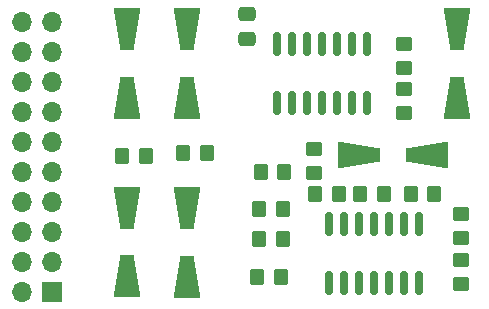
<source format=gbr>
G04 #@! TF.GenerationSoftware,KiCad,Pcbnew,8.0.0-rc2-192-gade987c101*
G04 #@! TF.CreationDate,2024-01-30T18:43:21+01:00*
G04 #@! TF.ProjectId,xDuinoRail-Breakout-RailcomDetect,78447569-6e6f-4526-9169-6c2d42726561,rev?*
G04 #@! TF.SameCoordinates,Original*
G04 #@! TF.FileFunction,Soldermask,Top*
G04 #@! TF.FilePolarity,Negative*
%FSLAX46Y46*%
G04 Gerber Fmt 4.6, Leading zero omitted, Abs format (unit mm)*
G04 Created by KiCad (PCBNEW 8.0.0-rc2-192-gade987c101) date 2024-01-30 18:43:21*
%MOMM*%
%LPD*%
G01*
G04 APERTURE LIST*
G04 Aperture macros list*
%AMRoundRect*
0 Rectangle with rounded corners*
0 $1 Rounding radius*
0 $2 $3 $4 $5 $6 $7 $8 $9 X,Y pos of 4 corners*
0 Add a 4 corners polygon primitive as box body*
4,1,4,$2,$3,$4,$5,$6,$7,$8,$9,$2,$3,0*
0 Add four circle primitives for the rounded corners*
1,1,$1+$1,$2,$3*
1,1,$1+$1,$4,$5*
1,1,$1+$1,$6,$7*
1,1,$1+$1,$8,$9*
0 Add four rect primitives between the rounded corners*
20,1,$1+$1,$2,$3,$4,$5,0*
20,1,$1+$1,$4,$5,$6,$7,0*
20,1,$1+$1,$6,$7,$8,$9,0*
20,1,$1+$1,$8,$9,$2,$3,0*%
%AMOutline4P*
0 Free polygon, 4 corners , with rotation*
0 The origin of the aperture is its center*
0 number of corners: always 4*
0 $1 to $8 corner X, Y*
0 $9 Rotation angle, in degrees counterclockwise*
0 create outline with 4 corners*
4,1,4,$1,$2,$3,$4,$5,$6,$7,$8,$1,$2,$9*%
G04 Aperture macros list end*
%ADD10RoundRect,0.250000X0.350000X0.450000X-0.350000X0.450000X-0.350000X-0.450000X0.350000X-0.450000X0*%
%ADD11RoundRect,0.250000X-0.350000X-0.450000X0.350000X-0.450000X0.350000X0.450000X-0.350000X0.450000X0*%
%ADD12RoundRect,0.250000X0.450000X-0.350000X0.450000X0.350000X-0.450000X0.350000X-0.450000X-0.350000X0*%
%ADD13Outline4P,-1.800000X-1.150000X1.800000X-0.550000X1.800000X0.550000X-1.800000X1.150000X90.000000*%
%ADD14Outline4P,-1.800000X-1.150000X1.800000X-0.550000X1.800000X0.550000X-1.800000X1.150000X270.000000*%
%ADD15RoundRect,0.250000X-0.450000X0.350000X-0.450000X-0.350000X0.450000X-0.350000X0.450000X0.350000X0*%
%ADD16RoundRect,0.150000X0.150000X-0.825000X0.150000X0.825000X-0.150000X0.825000X-0.150000X-0.825000X0*%
%ADD17RoundRect,0.250000X-0.475000X0.337500X-0.475000X-0.337500X0.475000X-0.337500X0.475000X0.337500X0*%
%ADD18Outline4P,-1.800000X-1.150000X1.800000X-0.550000X1.800000X0.550000X-1.800000X1.150000X0.000000*%
%ADD19Outline4P,-1.800000X-1.150000X1.800000X-0.550000X1.800000X0.550000X-1.800000X1.150000X180.000000*%
%ADD20R,1.700000X1.700000*%
%ADD21O,1.700000X1.700000*%
G04 APERTURE END LIST*
D10*
G04 #@! TO.C,R2403*
X160385000Y-112395000D03*
X158385000Y-112395000D03*
G04 #@! TD*
D11*
G04 #@! TO.C,R2402*
X152077500Y-101922500D03*
X154077500Y-101922500D03*
G04 #@! TD*
D12*
G04 #@! TO.C,R2304*
X175647800Y-113012700D03*
X175647800Y-111012700D03*
G04 #@! TD*
D13*
G04 #@! TO.C,D2301*
X175260000Y-97240000D03*
D14*
X175260000Y-91440000D03*
G04 #@! TD*
D15*
G04 #@! TO.C,R301*
X163195000Y-103600000D03*
X163195000Y-101600000D03*
G04 #@! TD*
D10*
G04 #@! TO.C,R2406*
X160532200Y-109176500D03*
X158532200Y-109176500D03*
G04 #@! TD*
D11*
G04 #@! TO.C,R302*
X163252200Y-105410000D03*
X165252200Y-105410000D03*
G04 #@! TD*
D14*
G04 #@! TO.C,D2403*
X152400000Y-91440000D03*
D13*
X152400000Y-97240000D03*
G04 #@! TD*
D12*
G04 #@! TO.C,R2303*
X175647800Y-109107700D03*
X175647800Y-107107700D03*
G04 #@! TD*
D11*
G04 #@! TO.C,R2305*
X171355000Y-105410000D03*
X173355000Y-105410000D03*
G04 #@! TD*
D15*
G04 #@! TO.C,R2302*
X170815000Y-96520000D03*
X170815000Y-98520000D03*
G04 #@! TD*
D13*
G04 #@! TO.C,D2404*
X147320000Y-97240000D03*
D14*
X147320000Y-91440000D03*
G04 #@! TD*
D13*
G04 #@! TO.C,D2401*
X147320000Y-112350000D03*
D14*
X147320000Y-106550000D03*
G04 #@! TD*
D16*
G04 #@! TO.C,U2401*
X164465000Y-112900000D03*
X165735000Y-112900000D03*
X167005000Y-112900000D03*
X168275000Y-112900000D03*
X169545000Y-112900000D03*
X170815000Y-112900000D03*
X172085000Y-112900000D03*
X172085000Y-107950000D03*
X170815000Y-107950000D03*
X169545000Y-107950000D03*
X168275000Y-107950000D03*
X167005000Y-107950000D03*
X165735000Y-107950000D03*
X164465000Y-107950000D03*
G04 #@! TD*
D11*
G04 #@! TO.C,R2404*
X158655000Y-103505000D03*
X160655000Y-103505000D03*
G04 #@! TD*
D16*
G04 #@! TO.C,U2501*
X160020000Y-97660000D03*
X161290000Y-97660000D03*
X162560000Y-97660000D03*
X163830000Y-97660000D03*
X165100000Y-97660000D03*
X166370000Y-97660000D03*
X167640000Y-97660000D03*
X167640000Y-92710000D03*
X166370000Y-92710000D03*
X165100000Y-92710000D03*
X163830000Y-92710000D03*
X162560000Y-92710000D03*
X161290000Y-92710000D03*
X160020000Y-92710000D03*
G04 #@! TD*
D17*
G04 #@! TO.C,C2301*
X157480000Y-90170000D03*
X157480000Y-92245000D03*
G04 #@! TD*
D10*
G04 #@! TO.C,R2401*
X148952500Y-102144700D03*
X146952500Y-102144700D03*
G04 #@! TD*
D15*
G04 #@! TO.C,R2301*
X170815000Y-92710000D03*
X170815000Y-94710000D03*
G04 #@! TD*
D18*
G04 #@! TO.C,D2302*
X166969500Y-102105000D03*
D19*
X172769500Y-102105000D03*
G04 #@! TD*
D11*
G04 #@! TO.C,R303*
X167062200Y-105410000D03*
X169062200Y-105410000D03*
G04 #@! TD*
D14*
G04 #@! TO.C,D2402*
X152400000Y-106595000D03*
D13*
X152400000Y-112395000D03*
G04 #@! TD*
D20*
G04 #@! TO.C,J101*
X140970000Y-113665000D03*
D21*
X138430000Y-113665000D03*
X140970000Y-111125000D03*
X138430000Y-111125000D03*
X140970000Y-108585000D03*
X138430000Y-108585000D03*
X140970000Y-106045000D03*
X138430000Y-106045000D03*
X140970000Y-103505000D03*
X138430000Y-103505000D03*
X140970000Y-100965000D03*
X138430000Y-100965000D03*
X140970000Y-98425000D03*
X138430000Y-98425000D03*
X140970000Y-95885000D03*
X138430000Y-95885000D03*
X140970000Y-93345000D03*
X138430000Y-93345000D03*
X140970000Y-90805000D03*
X138430000Y-90805000D03*
G04 #@! TD*
D10*
G04 #@! TO.C,R2405*
X160532200Y-106636500D03*
X158532200Y-106636500D03*
G04 #@! TD*
M02*

</source>
